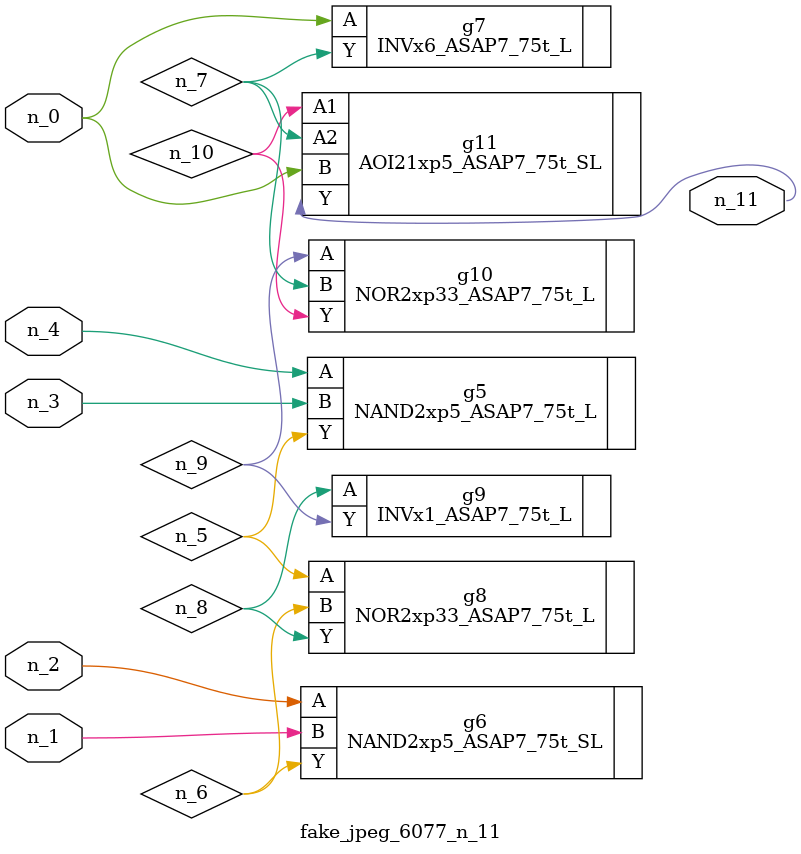
<source format=v>
module fake_jpeg_6077_n_11 (n_3, n_2, n_1, n_0, n_4, n_11);

input n_3;
input n_2;
input n_1;
input n_0;
input n_4;

output n_11;

wire n_10;
wire n_8;
wire n_9;
wire n_6;
wire n_5;
wire n_7;

NAND2xp5_ASAP7_75t_L g5 ( 
.A(n_4),
.B(n_3),
.Y(n_5)
);

NAND2xp5_ASAP7_75t_SL g6 ( 
.A(n_2),
.B(n_1),
.Y(n_6)
);

INVx6_ASAP7_75t_L g7 ( 
.A(n_0),
.Y(n_7)
);

NOR2xp33_ASAP7_75t_L g8 ( 
.A(n_5),
.B(n_6),
.Y(n_8)
);

INVx1_ASAP7_75t_L g9 ( 
.A(n_8),
.Y(n_9)
);

NOR2xp33_ASAP7_75t_L g10 ( 
.A(n_9),
.B(n_7),
.Y(n_10)
);

AOI21xp5_ASAP7_75t_SL g11 ( 
.A1(n_10),
.A2(n_7),
.B(n_0),
.Y(n_11)
);


endmodule
</source>
